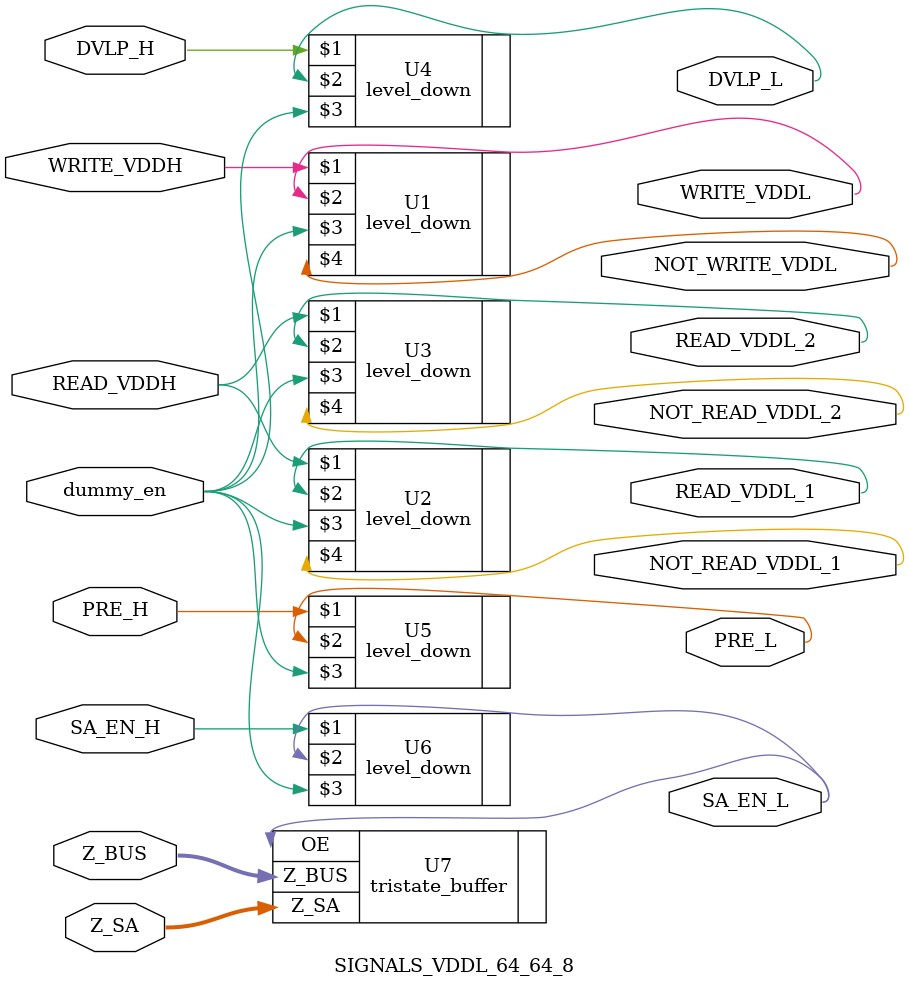
<source format=v>


`include "/ibe/users/da220/Cadence/WORK_TSMC180FORTE/DIGITAL/rtl/level_down/level_down.v"
`include "/ibe/users/da220/Cadence/WORK_TSMC180FORTE/DIGITAL/rtl/tristate_buffer/tristate_buffer.v"

// NAME MODIFIED //
module SIGNALS_VDDL_64_64_8(
// END MODIFY NAME //
WRITE_VDDH,
READ_VDDH,
DVLP_H,
PRE_H,
SA_EN_H,
dummy_en,
WRITE_VDDL,
NOT_WRITE_VDDL,
READ_VDDL_1,
NOT_READ_VDDL_1,
READ_VDDL_2,
NOT_READ_VDDL_2,
DVLP_L,
PRE_L,
Z_SA,
//Z_WR,
Z_BUS,
SA_EN_L,
);

// SKILL MODIFICATIONS //
parameter B_SIZE = 8;
// END OF SKILL MODIFICATION //

// Inputs
input	WRITE_VDDH;
input	READ_VDDH;
input	DVLP_H;
input	PRE_H;
input	SA_EN_H;
input	dummy_en;

// Input Ouput
inout	[B_SIZE-1:0] Z_SA;
//inout	[B_SIZE-1:0] Z_WR;
inout	[B_SIZE-1:0] Z_BUS;

// Outputs
output	WRITE_VDDL;
output	NOT_WRITE_VDDL;
output	READ_VDDL_1;
output	NOT_READ_VDDL_1;
output	READ_VDDL_2;
output	NOT_READ_VDDL_2;
output 	DVLP_L;
output	PRE_L;
output	SA_EN_L;

// Wires
wire	WRITE_VDDH;
wire	READ_VDDH;
wire	DVLP_H;
wire	PRE_H;
wire	SA_EN_H;
wire	dummy_en;
wire	WRITE_VDDL;
wire	NOT_WRITE_VDDL;
wire	READ_VDDL_1;
wire	NOT_READ_VDDL_1;
wire	READ_VDDL_2;
wire	NOT_READ_VDDL_2;
wire 	DVLP_L;
wire	PRE_L;
wire	SA_EN_L;
wire	[B_SIZE-1:0] Z_BUS;
wire	[B_SIZE-1:0] Z_SA;
//wire	[B_SIZE-1:0] Z_WR;



level_down U1(WRITE_VDDH, WRITE_VDDL, dummy_en, NOT_WRITE_VDDL);
level_down U2(READ_VDDH, READ_VDDL_1, dummy_en, NOT_READ_VDDL_1);
level_down U3(READ_VDDH, READ_VDDL_2, dummy_en, NOT_READ_VDDL_2);
level_down U4(DVLP_H, DVLP_L, dummy_en,);
level_down U5(PRE_H, PRE_L, dummy_en,);
level_down U6(SA_EN_H, SA_EN_L, dummy_en,);
tristate_buffer #(B_SIZE) U7(
.Z_SA	(Z_SA),
//.Z_WR	(Z_WR),
.Z_BUS	(Z_BUS),
.OE		(SA_EN_L)
);

endmodule
</source>
